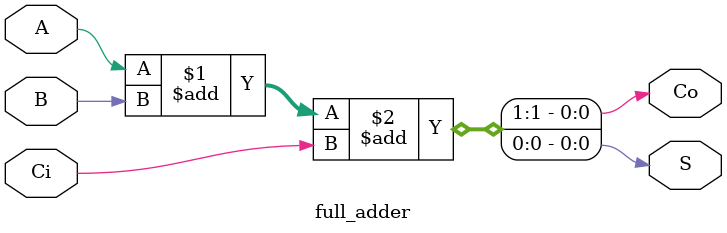
<source format=v>
module test_bench;

reg A_test,B_test,Ci_test;
wire S_test,Co_test;

full_adder uut(A_test,B_test,Ci_test,S_test,Co_test);

initial begin
    $monitor("A: %b, B: %b, Cin: %b, Sum: %b, Cout: %b",A_test,B_test,Ci_test,S_test,Co_test);
    $dumpfile("full_adder.vcd");
    $dumpvars(0,test_bench);
    
    // Apply all combinations
    A_test = 0; B_test = 0; Ci_test = 0;
    #10;

    A_test = 0; B_test = 0; Ci_test = 1; 
    #10;

    A_test = 0; B_test = 1; Ci_test = 0; 
    #10;

    A_test = 0; B_test = 1; Ci_test = 1; 
    #10;

    A_test = 1; B_test = 0; Ci_test= 0; 
    #10;

    A_test = 1; B_test = 0; Ci_test = 1; 
    #10;

    A_test = 1; B_test = 1; Ci_test = 0; 
    #10;

    A_test = 1; B_test = 1; Ci_test = 1; 
    #10;
    $finish;

end


endmodule



module full_adder(A,B,Ci,S,Co);



input A,B,Ci;
output S,Co;
assign {Co,S} = A + B + Ci;

endmodule

</source>
